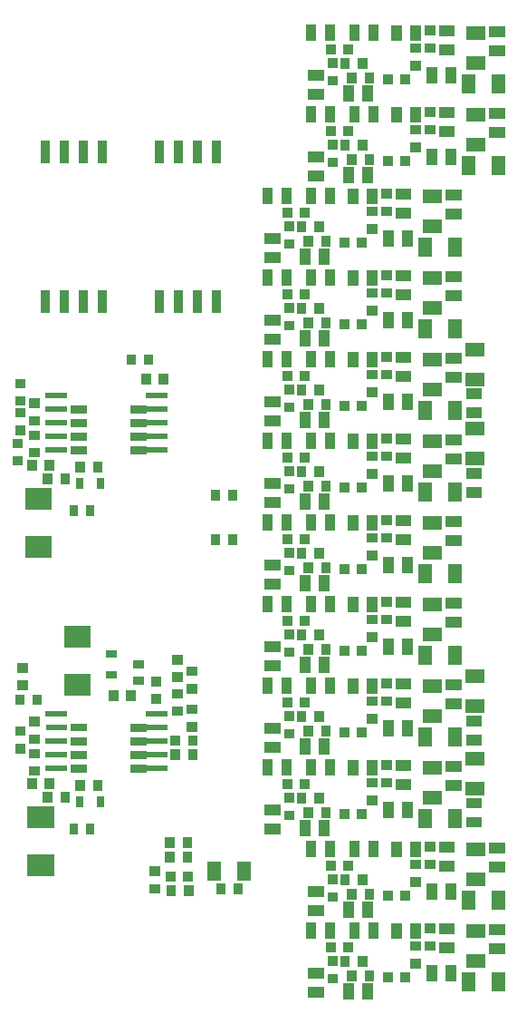
<source format=gbr>
G04 start of page 16 for group -4014 idx -4014 *
G04 Title: HETPREAMPS, bottompaste *
G04 Creator: pcb 1.99z *
G04 CreationDate: Do 09 Apr 2015 07:40:17 GMT UTC *
G04 For: stephan *
G04 Format: Gerber/RS-274X *
G04 PCB-Dimensions (mil): 2952.76 4724.41 *
G04 PCB-Coordinate-Origin: lower left *
%MOIN*%
%FSLAX25Y25*%
%LNBOTTOMPASTE*%
%ADD221R,0.0787X0.0787*%
%ADD220R,0.0280X0.0280*%
%ADD219R,0.0300X0.0300*%
%ADD218R,0.0280X0.0280*%
%ADD217R,0.0180X0.0180*%
%ADD216R,0.0200X0.0200*%
%ADD215R,0.0350X0.0350*%
%ADD214R,0.0394X0.0394*%
%ADD213R,0.0500X0.0500*%
G54D213*X229750Y285441D02*X231750D01*
X229750Y296441D02*X231750D01*
G54D214*X229250Y280191D02*X231250D01*
X229250Y273191D02*X231250D01*
G54D213*X229750Y256191D02*X231750D01*
X229750Y267191D02*X231750D01*
G54D214*X229250Y250941D02*X231250D01*
X229250Y243941D02*X231250D01*
G54D213*X229500Y165191D02*X231500D01*
X229500Y176191D02*X231500D01*
G54D214*X229250Y159941D02*X231250D01*
X229250Y152941D02*X231250D01*
G54D213*X229750Y134941D02*X231750D01*
X229750Y145941D02*X231750D01*
G54D214*X229250Y129691D02*X231250D01*
X229250Y122691D02*X231250D01*
G54D215*X178050Y71641D02*X178450D01*
X178050Y65241D02*X178450D01*
G54D214*X171000Y67191D02*X173000D01*
X171000Y60191D02*X173000D01*
X184000Y61441D02*Y59441D01*
X191000Y61441D02*Y59441D01*
G54D215*X208550Y77141D02*X208950D01*
X208550Y70741D02*X208950D01*
X198550Y65891D02*Y65491D01*
X204950Y65891D02*Y65491D01*
X185300Y66391D02*Y65991D01*
X191700Y66391D02*Y65991D01*
G54D214*X201750Y83691D02*Y81691D01*
X208750Y83691D02*Y81691D01*
X219250Y76441D02*X221250D01*
X219250Y83441D02*X221250D01*
G54D215*X213800Y77241D02*X214200D01*
X213800Y83641D02*X214200D01*
X189200Y71641D02*Y71241D01*
X182800Y71641D02*Y71241D01*
X177550Y76891D02*Y76491D01*
X183950Y76891D02*Y76491D01*
G54D214*X193250Y83941D02*Y81941D01*
X186250Y83941D02*Y81941D01*
X221750Y68191D02*Y66191D01*
X214750Y68191D02*Y66191D01*
X177250Y83941D02*Y81941D01*
X170250Y83941D02*Y81941D01*
X237750Y83191D02*X239750D01*
X237750Y76191D02*X239750D01*
G54D213*X230000Y82691D02*X232000D01*
X230000Y71691D02*X232000D01*
X228250Y64941D02*Y62941D01*
X239250Y64941D02*Y62941D01*
X228250Y94941D02*Y92941D01*
X239250Y94941D02*Y92941D01*
X230000Y112691D02*X232000D01*
X230000Y101691D02*X232000D01*
G54D214*X237750Y113191D02*X239750D01*
X237750Y106191D02*X239750D01*
X177250Y113941D02*Y111941D01*
X170250Y113941D02*Y111941D01*
X221750Y98191D02*Y96191D01*
X214750Y98191D02*Y96191D01*
X193250Y113941D02*Y111941D01*
X186250Y113941D02*Y111941D01*
G54D215*X177550Y106891D02*Y106491D01*
X183950Y106891D02*Y106491D01*
X189200Y101641D02*Y101241D01*
X182800Y101641D02*Y101241D01*
X213800Y107241D02*X214200D01*
X213800Y113641D02*X214200D01*
G54D214*X219250Y106441D02*X221250D01*
X219250Y113441D02*X221250D01*
X201750Y113691D02*Y111691D01*
X208750Y113691D02*Y111691D01*
G54D215*X185300Y96391D02*Y95991D01*
X191700Y96391D02*Y95991D01*
X198550Y95891D02*Y95491D01*
X204950Y95891D02*Y95491D01*
X208550Y107141D02*X208950D01*
X208550Y100741D02*X208950D01*
G54D214*X184000Y91441D02*Y89441D01*
X191000Y91441D02*Y89441D01*
X171000Y97191D02*X173000D01*
X171000Y90191D02*X173000D01*
G54D215*X178050Y101641D02*X178450D01*
X178050Y95241D02*X178450D01*
G54D213*X212250Y124941D02*Y122941D01*
X223250Y124941D02*Y122941D01*
X214000Y142691D02*X216000D01*
X214000Y131691D02*X216000D01*
G54D214*X221750Y143191D02*X223750D01*
X221750Y136191D02*X223750D01*
X161250Y143941D02*Y141941D01*
X154250Y143941D02*Y141941D01*
X205750Y128191D02*Y126191D01*
X198750Y128191D02*Y126191D01*
X177250Y143941D02*Y141941D01*
X170250Y143941D02*Y141941D01*
G54D215*X161550Y136891D02*Y136491D01*
X167950Y136891D02*Y136491D01*
X173200Y131641D02*Y131241D01*
X166800Y131641D02*Y131241D01*
X197800Y137241D02*X198200D01*
X197800Y143641D02*X198200D01*
G54D214*X203250Y136441D02*X205250D01*
X203250Y143441D02*X205250D01*
X185750Y143691D02*Y141691D01*
X192750Y143691D02*Y141691D01*
G54D215*X169300Y126391D02*Y125991D01*
X175700Y126391D02*Y125991D01*
X182550Y125891D02*Y125491D01*
X188950Y125891D02*Y125491D01*
X192550Y137141D02*X192950D01*
X192550Y130741D02*X192950D01*
G54D214*X168000Y121441D02*Y119441D01*
X175000Y121441D02*Y119441D01*
X155000Y127191D02*X157000D01*
X155000Y120191D02*X157000D01*
G54D215*X162050Y131641D02*X162450D01*
X162050Y125241D02*X162450D01*
G54D213*X212250Y154941D02*Y152941D01*
X223250Y154941D02*Y152941D01*
X214000Y172691D02*X216000D01*
X214000Y161691D02*X216000D01*
G54D214*X221750Y173191D02*X223750D01*
X221750Y166191D02*X223750D01*
X161250Y173941D02*Y171941D01*
X154250Y173941D02*Y171941D01*
X205750Y158191D02*Y156191D01*
X198750Y158191D02*Y156191D01*
X177250Y173941D02*Y171941D01*
X170250Y173941D02*Y171941D01*
G54D215*X161550Y166891D02*Y166491D01*
X167950Y166891D02*Y166491D01*
X173200Y161641D02*Y161241D01*
X166800Y161641D02*Y161241D01*
X197800Y167241D02*X198200D01*
X197800Y173641D02*X198200D01*
G54D214*X203250Y166441D02*X205250D01*
X203250Y173441D02*X205250D01*
X185750Y173691D02*Y171691D01*
X192750Y173691D02*Y171691D01*
G54D215*X169300Y156391D02*Y155991D01*
X175700Y156391D02*Y155991D01*
X182550Y155891D02*Y155491D01*
X188950Y155891D02*Y155491D01*
X192550Y167141D02*X192950D01*
X192550Y160741D02*X192950D01*
G54D214*X168000Y151441D02*Y149441D01*
X175000Y151441D02*Y149441D01*
X155000Y157191D02*X157000D01*
X155000Y150191D02*X157000D01*
G54D215*X162050Y161641D02*X162450D01*
X162050Y155241D02*X162450D01*
G54D213*X212250Y184941D02*Y182941D01*
X223250Y184941D02*Y182941D01*
X214000Y202691D02*X216000D01*
X214000Y191691D02*X216000D01*
G54D214*X221750Y203191D02*X223750D01*
X221750Y196191D02*X223750D01*
X161250Y203941D02*Y201941D01*
X154250Y203941D02*Y201941D01*
X205750Y188191D02*Y186191D01*
X198750Y188191D02*Y186191D01*
X177250Y203941D02*Y201941D01*
X170250Y203941D02*Y201941D01*
G54D215*X161550Y196891D02*Y196491D01*
X167950Y196891D02*Y196491D01*
X173200Y191641D02*Y191241D01*
X166800Y191641D02*Y191241D01*
X197800Y197241D02*X198200D01*
X197800Y203641D02*X198200D01*
G54D214*X203250Y196441D02*X205250D01*
X203250Y203441D02*X205250D01*
X185750Y203691D02*Y201691D01*
X192750Y203691D02*Y201691D01*
G54D215*X169300Y186391D02*Y185991D01*
X175700Y186391D02*Y185991D01*
X182550Y185891D02*Y185491D01*
X188950Y185891D02*Y185491D01*
X192550Y197141D02*X192950D01*
X192550Y190741D02*X192950D01*
G54D214*X168000Y181441D02*Y179441D01*
X175000Y181441D02*Y179441D01*
X155000Y187191D02*X157000D01*
X155000Y180191D02*X157000D01*
G54D215*X162050Y191641D02*X162450D01*
X162050Y185241D02*X162450D01*
G54D213*X212250Y214941D02*Y212941D01*
X223250Y214941D02*Y212941D01*
X214000Y232691D02*X216000D01*
X214000Y221691D02*X216000D01*
G54D214*X221750Y233191D02*X223750D01*
X221750Y226191D02*X223750D01*
X161250Y233941D02*Y231941D01*
X154250Y233941D02*Y231941D01*
X205750Y218191D02*Y216191D01*
X198750Y218191D02*Y216191D01*
X177250Y233941D02*Y231941D01*
X170250Y233941D02*Y231941D01*
G54D215*X161550Y226891D02*Y226491D01*
X167950Y226891D02*Y226491D01*
X173200Y221641D02*Y221241D01*
X166800Y221641D02*Y221241D01*
X197800Y227241D02*X198200D01*
X197800Y233641D02*X198200D01*
G54D214*X203250Y226441D02*X205250D01*
X203250Y233441D02*X205250D01*
X185750Y233691D02*Y231691D01*
X192750Y233691D02*Y231691D01*
G54D215*X169300Y216391D02*Y215991D01*
X175700Y216391D02*Y215991D01*
X182550Y215891D02*Y215491D01*
X188950Y215891D02*Y215491D01*
X192550Y227141D02*X192950D01*
X192550Y220741D02*X192950D01*
G54D214*X168000Y211441D02*Y209441D01*
X175000Y211441D02*Y209441D01*
X155000Y217191D02*X157000D01*
X155000Y210191D02*X157000D01*
G54D215*X162050Y221641D02*X162450D01*
X162050Y215241D02*X162450D01*
G54D213*X212250Y244941D02*Y242941D01*
X223250Y244941D02*Y242941D01*
X214000Y262691D02*X216000D01*
X214000Y251691D02*X216000D01*
G54D214*X221750Y263191D02*X223750D01*
X221750Y256191D02*X223750D01*
X161250Y263941D02*Y261941D01*
X154250Y263941D02*Y261941D01*
X205750Y248191D02*Y246191D01*
X198750Y248191D02*Y246191D01*
X177250Y263941D02*Y261941D01*
X170250Y263941D02*Y261941D01*
G54D215*X161550Y256891D02*Y256491D01*
X167950Y256891D02*Y256491D01*
X173200Y251641D02*Y251241D01*
X166800Y251641D02*Y251241D01*
X197800Y257241D02*X198200D01*
X197800Y263641D02*X198200D01*
G54D214*X203250Y256441D02*X205250D01*
X203250Y263441D02*X205250D01*
X185750Y263691D02*Y261691D01*
X192750Y263691D02*Y261691D01*
G54D215*X169300Y246391D02*Y245991D01*
X175700Y246391D02*Y245991D01*
X182550Y245891D02*Y245491D01*
X188950Y245891D02*Y245491D01*
X192550Y257141D02*X192950D01*
X192550Y250741D02*X192950D01*
G54D214*X168000Y241441D02*Y239441D01*
X175000Y241441D02*Y239441D01*
X155000Y247191D02*X157000D01*
X155000Y240191D02*X157000D01*
G54D215*X162050Y251641D02*X162450D01*
X162050Y245241D02*X162450D01*
G54D213*X212250Y274941D02*Y272941D01*
X223250Y274941D02*Y272941D01*
X214000Y292691D02*X216000D01*
X214000Y281691D02*X216000D01*
G54D214*X221750Y293191D02*X223750D01*
X221750Y286191D02*X223750D01*
X161250Y293941D02*Y291941D01*
X154250Y293941D02*Y291941D01*
X205750Y278191D02*Y276191D01*
X198750Y278191D02*Y276191D01*
X177250Y293941D02*Y291941D01*
X170250Y293941D02*Y291941D01*
G54D215*X161550Y286891D02*Y286491D01*
X167950Y286891D02*Y286491D01*
X173200Y281641D02*Y281241D01*
X166800Y281641D02*Y281241D01*
X197800Y287241D02*X198200D01*
X197800Y293641D02*X198200D01*
G54D214*X203250Y286441D02*X205250D01*
X203250Y293441D02*X205250D01*
X185750Y293691D02*Y291691D01*
X192750Y293691D02*Y291691D01*
G54D215*X169300Y276391D02*Y275991D01*
X175700Y276391D02*Y275991D01*
X182550Y275891D02*Y275491D01*
X188950Y275891D02*Y275491D01*
X192550Y287141D02*X192950D01*
X192550Y280741D02*X192950D01*
G54D214*X168000Y271441D02*Y269441D01*
X175000Y271441D02*Y269441D01*
X155000Y277191D02*X157000D01*
X155000Y270191D02*X157000D01*
G54D215*X162050Y281641D02*X162450D01*
X162050Y275241D02*X162450D01*
G54D213*X212250Y304941D02*Y302941D01*
X223250Y304941D02*Y302941D01*
X214000Y322691D02*X216000D01*
X214000Y311691D02*X216000D01*
G54D214*X221750Y323191D02*X223750D01*
X221750Y316191D02*X223750D01*
X161250Y323941D02*Y321941D01*
X154250Y323941D02*Y321941D01*
X205750Y308191D02*Y306191D01*
X198750Y308191D02*Y306191D01*
X177250Y323941D02*Y321941D01*
X170250Y323941D02*Y321941D01*
G54D215*X161550Y316891D02*Y316491D01*
X167950Y316891D02*Y316491D01*
X173200Y311641D02*Y311241D01*
X166800Y311641D02*Y311241D01*
X197800Y317241D02*X198200D01*
X197800Y323641D02*X198200D01*
G54D214*X203250Y316441D02*X205250D01*
X203250Y323441D02*X205250D01*
X185750Y323691D02*Y321691D01*
X192750Y323691D02*Y321691D01*
G54D215*X169300Y306391D02*Y305991D01*
X175700Y306391D02*Y305991D01*
X182550Y305891D02*Y305491D01*
X188950Y305891D02*Y305491D01*
X192550Y317141D02*X192950D01*
X192550Y310741D02*X192950D01*
G54D214*X168000Y301441D02*Y299441D01*
X175000Y301441D02*Y299441D01*
X155000Y307191D02*X157000D01*
X155000Y300191D02*X157000D01*
G54D215*X162050Y311641D02*X162450D01*
X162050Y305241D02*X162450D01*
G54D213*X212250Y334941D02*Y332941D01*
X223250Y334941D02*Y332941D01*
X214000Y352691D02*X216000D01*
X214000Y341691D02*X216000D01*
G54D214*X221750Y353191D02*X223750D01*
X221750Y346191D02*X223750D01*
X161250Y353941D02*Y351941D01*
X154250Y353941D02*Y351941D01*
X205750Y338191D02*Y336191D01*
X198750Y338191D02*Y336191D01*
X177250Y353941D02*Y351941D01*
X170250Y353941D02*Y351941D01*
G54D215*X161550Y346891D02*Y346491D01*
X167950Y346891D02*Y346491D01*
X173200Y341641D02*Y341241D01*
X166800Y341641D02*Y341241D01*
X197800Y347241D02*X198200D01*
X197800Y353641D02*X198200D01*
G54D214*X203250Y346441D02*X205250D01*
X203250Y353441D02*X205250D01*
X185750Y353691D02*Y351691D01*
X192750Y353691D02*Y351691D01*
G54D215*X169300Y336391D02*Y335991D01*
X175700Y336391D02*Y335991D01*
X182550Y335891D02*Y335491D01*
X188950Y335891D02*Y335491D01*
X192550Y347141D02*X192950D01*
X192550Y340741D02*X192950D01*
G54D214*X168000Y331441D02*Y329441D01*
X175000Y331441D02*Y329441D01*
X155000Y337191D02*X157000D01*
X155000Y330191D02*X157000D01*
G54D215*X162050Y341641D02*X162450D01*
X162050Y335241D02*X162450D01*
G54D213*X228250Y364941D02*Y362941D01*
X239250Y364941D02*Y362941D01*
X230000Y382691D02*X232000D01*
X230000Y371691D02*X232000D01*
G54D214*X237750Y383191D02*X239750D01*
X237750Y376191D02*X239750D01*
X177250Y383941D02*Y381941D01*
X170250Y383941D02*Y381941D01*
X221750Y368191D02*Y366191D01*
X214750Y368191D02*Y366191D01*
X193250Y383941D02*Y381941D01*
X186250Y383941D02*Y381941D01*
G54D215*X177550Y376891D02*Y376491D01*
X183950Y376891D02*Y376491D01*
X189200Y371641D02*Y371241D01*
X182800Y371641D02*Y371241D01*
X213800Y377241D02*X214200D01*
X213800Y383641D02*X214200D01*
G54D214*X219250Y376441D02*X221250D01*
X219250Y383441D02*X221250D01*
X201750Y383691D02*Y381691D01*
X208750Y383691D02*Y381691D01*
G54D215*X185300Y366391D02*Y365991D01*
X191700Y366391D02*Y365991D01*
X198550Y365891D02*Y365491D01*
X204950Y365891D02*Y365491D01*
X208550Y377141D02*X208950D01*
X208550Y370741D02*X208950D01*
G54D214*X184000Y361441D02*Y359441D01*
X191000Y361441D02*Y359441D01*
X171000Y367191D02*X173000D01*
X171000Y360191D02*X173000D01*
G54D215*X178050Y371641D02*X178450D01*
X178050Y365241D02*X178450D01*
G54D213*X228250Y394941D02*Y392941D01*
X239250Y394941D02*Y392941D01*
X230000Y412691D02*X232000D01*
X230000Y401691D02*X232000D01*
G54D214*X237750Y413191D02*X239750D01*
X237750Y406191D02*X239750D01*
X177250Y413941D02*Y411941D01*
X170250Y413941D02*Y411941D01*
X221750Y398191D02*Y396191D01*
X214750Y398191D02*Y396191D01*
X193250Y413941D02*Y411941D01*
X186250Y413941D02*Y411941D01*
G54D215*X177550Y406891D02*Y406491D01*
X183950Y406891D02*Y406491D01*
X189200Y401641D02*Y401241D01*
X182800Y401641D02*Y401241D01*
X213800Y407241D02*X214200D01*
X213800Y413641D02*X214200D01*
G54D214*X219250Y406441D02*X221250D01*
X219250Y413441D02*X221250D01*
X201750Y413691D02*Y411691D01*
X208750Y413691D02*Y411691D01*
G54D215*X185300Y396391D02*Y395991D01*
X191700Y396391D02*Y395991D01*
X198550Y395891D02*Y395491D01*
X204950Y395891D02*Y395491D01*
X208550Y407141D02*X208950D01*
X208550Y400741D02*X208950D01*
G54D214*X184000Y391441D02*Y389441D01*
X191000Y391441D02*Y389441D01*
X171000Y397191D02*X173000D01*
X171000Y390191D02*X173000D01*
G54D215*X178050Y401641D02*X178450D01*
X178050Y395241D02*X178450D01*
X72500Y371441D02*Y366441D01*
X79500Y371441D02*Y366441D01*
X86500Y371441D02*Y366441D01*
X93500Y371441D02*Y366441D01*
Y316441D02*Y311441D01*
X86500Y316441D02*Y311441D01*
X79500Y316441D02*Y311441D01*
X72500Y316441D02*Y311441D01*
X135500Y316441D02*Y311441D01*
X128500Y316441D02*Y311441D01*
X121500Y316441D02*Y311441D01*
X114500Y316441D02*Y311441D01*
Y371441D02*Y366441D01*
X121500Y371441D02*Y366441D01*
X128500Y371441D02*Y366441D01*
X135500Y371441D02*Y366441D01*
X113050Y167991D02*X113450D01*
X113050Y174391D02*X113450D01*
X120300Y147641D02*Y147241D01*
X126700Y147641D02*Y147241D01*
X120300Y152891D02*Y152491D01*
X126700Y152891D02*Y152491D01*
X126300Y164141D02*X126700D01*
X126300Y157741D02*X126700D01*
X120800Y169891D02*X121200D01*
X120800Y163491D02*X121200D01*
X120800Y182391D02*X121200D01*
X120800Y175991D02*X121200D01*
X126300Y171741D02*X126700D01*
X126300Y178141D02*X126700D01*
X73300Y132141D02*Y131741D01*
X79700Y132141D02*Y131741D01*
X85300Y136391D02*Y135991D01*
X91700Y136391D02*Y135991D01*
X73950Y137141D02*Y136741D01*
X67550Y137141D02*Y136741D01*
X68300Y147891D02*X68700D01*
X68300Y141491D02*X68700D01*
X68300Y159641D02*X68700D01*
X68300Y153241D02*X68700D01*
X63050Y156141D02*X63450D01*
X63050Y149741D02*X63450D01*
X63800Y179391D02*X64200D01*
X63800Y172991D02*X64200D01*
X69450Y167891D02*Y167491D01*
X63050Y167891D02*Y167491D01*
G54D216*X73500Y142441D02*X79500D01*
X73500Y147441D02*X79500D01*
X73500Y152441D02*X79500D01*
G54D217*X73500Y157441D02*X79500D01*
G54D216*X73500Y162441D02*X79500D01*
X110500Y147441D02*X116500D01*
X110500Y142441D02*X116500D01*
X110500Y162441D02*X116500D01*
X110500Y157441D02*X116500D01*
X110500Y152441D02*X116500D01*
G54D218*X96100Y184441D02*X97300D01*
X96100Y176841D02*X97300D01*
X106300Y180641D02*X107500D01*
X106300Y174641D02*X107500D01*
G54D215*X103950Y169391D02*Y168991D01*
X97550Y169391D02*Y168991D01*
G54D218*X92750Y130841D02*Y129641D01*
X85150Y130841D02*Y129641D01*
X88950Y120641D02*Y119441D01*
X82950Y120641D02*Y119441D01*
G54D215*X109550Y285641D02*Y285241D01*
X115950Y285641D02*Y285241D01*
X104050Y292891D02*Y292491D01*
X110450Y292891D02*Y292491D01*
X63050Y283891D02*X63450D01*
X63050Y277491D02*X63450D01*
G54D216*X73500Y259441D02*X79500D01*
X73500Y264441D02*X79500D01*
X73500Y269441D02*X79500D01*
X73500Y274441D02*X79500D01*
X73500Y279441D02*X79500D01*
X110500Y264441D02*X116500D01*
X110500Y259441D02*X116500D01*
X110500Y279441D02*X116500D01*
X110500Y274441D02*X116500D01*
X110500Y269441D02*X116500D01*
G54D215*X63050Y273141D02*X63450D01*
X63050Y266741D02*X63450D01*
X112550Y98241D02*X112950D01*
X112550Y104641D02*X112950D01*
G54D218*X92750Y247841D02*Y246641D01*
X85150Y247841D02*Y246641D01*
X88950Y237641D02*Y236441D01*
X82950Y237641D02*Y236441D01*
G54D215*X68300Y276641D02*X68700D01*
X68300Y270241D02*X68700D01*
X68300Y264891D02*X68700D01*
X68300Y258491D02*X68700D01*
X73950Y254141D02*Y253741D01*
X67550Y254141D02*Y253741D01*
X85300Y253391D02*Y252991D01*
X91700Y253391D02*Y252991D01*
X73300Y249141D02*Y248741D01*
X79700Y249141D02*Y248741D01*
X62050Y255491D02*X62450D01*
X62050Y261891D02*X62450D01*
G54D219*X83250Y264441D02*X86250D01*
X105250Y259441D02*X108250D01*
X105250Y269441D02*X108250D01*
X105250Y264441D02*X108250D01*
X83250Y269441D02*X86250D01*
X83250Y259441D02*X86250D01*
X83250Y274441D02*X86250D01*
X105250D02*X108250D01*
X83250Y147441D02*X86250D01*
X105250Y142441D02*X108250D01*
X105250Y152441D02*X108250D01*
X105250Y147441D02*X108250D01*
X83250Y152441D02*X86250D01*
X83250Y142441D02*X86250D01*
G54D220*X83250Y157441D02*X86250D01*
G54D219*X105250D02*X108250D01*
G54D221*X69016Y241549D02*X70984D01*
X69016Y223833D02*X70984D01*
X83266Y190799D02*X85234D01*
X83266Y173083D02*X85234D01*
X69766Y124549D02*X71734D01*
X69766Y106833D02*X71734D01*
G54D215*X124950Y102891D02*Y102491D01*
X118550Y102891D02*Y102491D01*
X118300Y110141D02*Y109741D01*
X124700Y110141D02*Y109741D01*
X118300Y115391D02*Y114991D01*
X124700Y115391D02*Y114991D01*
X118800Y97641D02*Y97241D01*
X125200Y97641D02*Y97241D01*
G54D213*X145750Y105691D02*Y103691D01*
X134750Y105691D02*Y103691D01*
G54D215*X137050Y98391D02*Y97991D01*
X143450Y98391D02*Y97991D01*
X141450Y243141D02*Y242741D01*
X135050Y243141D02*Y242741D01*
Y226641D02*Y226241D01*
X141450Y226641D02*Y226241D01*
M02*

</source>
